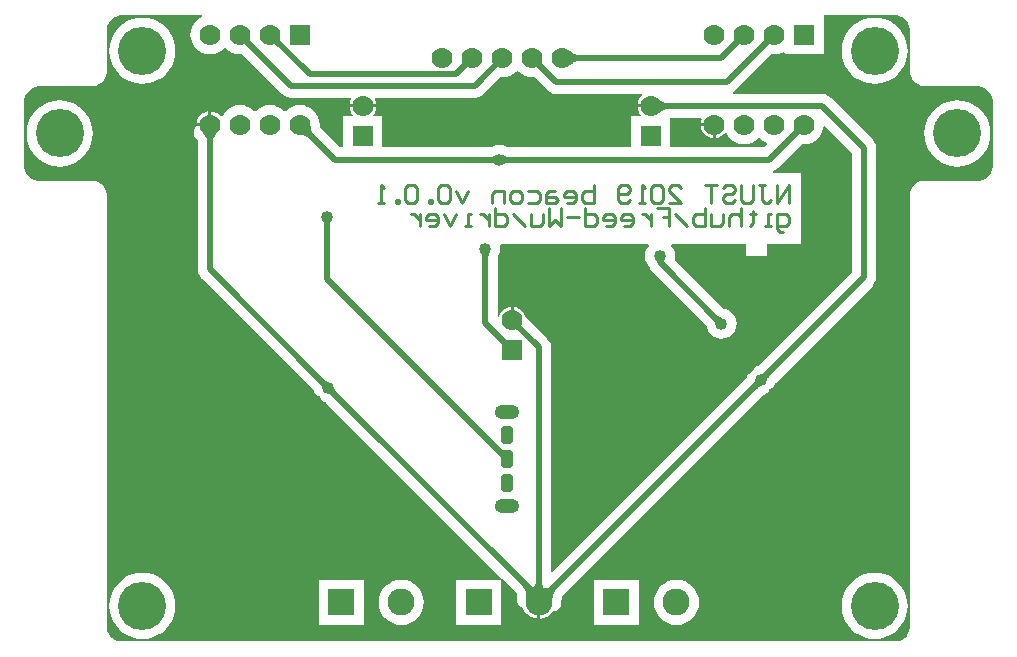
<source format=gbl>
G04*
G04 #@! TF.GenerationSoftware,Altium Limited,Altium Designer,18.1.4 (159)*
G04*
G04 Layer_Physical_Order=2*
G04 Layer_Color=16711680*
%FSLAX24Y24*%
%MOIN*%
G70*
G01*
G75*
%ADD10C,0.0100*%
%ADD47C,0.0200*%
%ADD48C,0.0700*%
%ADD49R,0.0700X0.0700*%
%ADD50C,0.0900*%
%ADD51R,0.0900X0.0900*%
G04:AMPARAMS|DCode=52|XSize=59.1mil|YSize=39.4mil|CornerRadius=9.8mil|HoleSize=0mil|Usage=FLASHONLY|Rotation=270.000|XOffset=0mil|YOffset=0mil|HoleType=Round|Shape=RoundedRectangle|*
%AMROUNDEDRECTD52*
21,1,0.0591,0.0197,0,0,270.0*
21,1,0.0394,0.0394,0,0,270.0*
1,1,0.0197,-0.0098,-0.0197*
1,1,0.0197,-0.0098,0.0197*
1,1,0.0197,0.0098,0.0197*
1,1,0.0197,0.0098,-0.0197*
%
%ADD52ROUNDEDRECTD52*%
%ADD53O,0.0827X0.0472*%
%ADD54C,0.0400*%
%ADD55C,0.1600*%
G36*
X13082Y20847D02*
X13173Y20809D01*
X13255Y20755D01*
X13324Y20685D01*
X13379Y20603D01*
X13417Y20512D01*
X13436Y20415D01*
Y20366D01*
Y19004D01*
X13438Y18955D01*
X13457Y18859D01*
X13495Y18768D01*
X13549Y18687D01*
X13619Y18617D01*
X13700Y18563D01*
X13791Y18525D01*
X13887Y18506D01*
X13936Y18504D01*
X15741D01*
X15838Y18485D01*
X15929Y18447D01*
X16010Y18392D01*
X16080Y18323D01*
X16135Y18241D01*
X16173Y18150D01*
X16192Y18053D01*
Y18004D01*
Y15854D01*
Y15805D01*
X16173Y15708D01*
X16135Y15617D01*
X16080Y15536D01*
X16010Y15466D01*
X15929Y15411D01*
X15838Y15374D01*
X15741Y15354D01*
X13890D01*
X13846Y15352D01*
X13758Y15335D01*
X13676Y15301D01*
X13602Y15251D01*
X13539Y15188D01*
X13489Y15114D01*
X13455Y15032D01*
X13438Y14945D01*
X13436Y14900D01*
Y500D01*
Y451D01*
X13417Y354D01*
X13379Y263D01*
X13324Y181D01*
X13255Y112D01*
X13173Y57D01*
X13082Y19D01*
X12985Y0D01*
X-12885D01*
X-12982Y19D01*
X-13073Y57D01*
X-13155Y112D01*
X-13224Y181D01*
X-13279Y263D01*
X-13317Y354D01*
X-13336Y451D01*
Y500D01*
Y14854D01*
X-13338Y14903D01*
X-13357Y14999D01*
X-13395Y15090D01*
X-13449Y15172D01*
X-13519Y15241D01*
X-13600Y15295D01*
X-13691Y15333D01*
X-13787Y15352D01*
X-13836Y15354D01*
X-15641D01*
X-15738Y15374D01*
X-15829Y15411D01*
X-15910Y15466D01*
X-15980Y15536D01*
X-16035Y15617D01*
X-16072Y15708D01*
X-16092Y15805D01*
Y15854D01*
Y18004D01*
Y18053D01*
X-16072Y18150D01*
X-16035Y18241D01*
X-15980Y18323D01*
X-15910Y18392D01*
X-15829Y18447D01*
X-15738Y18485D01*
X-15641Y18504D01*
X-13836D01*
X-13787Y18506D01*
X-13691Y18525D01*
X-13600Y18563D01*
X-13519Y18617D01*
X-13449Y18687D01*
X-13395Y18768D01*
X-13357Y18859D01*
X-13338Y18955D01*
X-13336Y19004D01*
Y20366D01*
Y20415D01*
X-13317Y20512D01*
X-13279Y20603D01*
X-13224Y20685D01*
X-13155Y20755D01*
X-13073Y20809D01*
X-12982Y20847D01*
X-12885Y20866D01*
X-10181D01*
X-10168Y20816D01*
X-10263Y20766D01*
X-10362Y20684D01*
X-10443Y20585D01*
X-10503Y20473D01*
X-10541Y20350D01*
X-10553Y20223D01*
X-10541Y20095D01*
X-10503Y19973D01*
X-10443Y19860D01*
X-10362Y19761D01*
X-10263Y19680D01*
X-10150Y19619D01*
X-10027Y19582D01*
X-9900Y19569D01*
X-9773Y19582D01*
X-9650Y19619D01*
X-9537Y19680D01*
X-9438Y19761D01*
X-9425Y19777D01*
X-9375D01*
X-9362Y19761D01*
X-9263Y19680D01*
X-9150Y19619D01*
X-9027Y19582D01*
X-8900Y19569D01*
X-8825Y19577D01*
X-7488Y18240D01*
X-7488Y18240D01*
X-7404Y18176D01*
X-7307Y18135D01*
X-7202Y18122D01*
X-5215D01*
X-5210Y18111D01*
X-5195Y18072D01*
X-5238Y17967D01*
X-5247Y17900D01*
X-4800D01*
X-4353D01*
X-4362Y17967D01*
X-4405Y18072D01*
X-4390Y18111D01*
X-4385Y18122D01*
X-1075D01*
X-1075Y18122D01*
X-971Y18135D01*
X-873Y18176D01*
X-790Y18240D01*
X-225Y18804D01*
X-150Y18797D01*
X-23Y18809D01*
X100Y18847D01*
X213Y18907D01*
X312Y18988D01*
X325Y19004D01*
X375D01*
X388Y18988D01*
X487Y18907D01*
X600Y18847D01*
X723Y18809D01*
X850Y18797D01*
X925Y18804D01*
X1365Y18365D01*
X1448Y18301D01*
X1546Y18260D01*
X1650Y18247D01*
X1650Y18247D01*
X4495D01*
X4512Y18197D01*
X4479Y18171D01*
X4407Y18077D01*
X4362Y17967D01*
X4353Y17900D01*
X4800D01*
Y17800D01*
X4353D01*
X4362Y17733D01*
X4407Y17623D01*
X4463Y17550D01*
X4438Y17500D01*
X4150D01*
Y16463D01*
X33D01*
X2Y16487D01*
X-119Y16537D01*
X-250Y16554D01*
X-381Y16537D01*
X-502Y16487D01*
X-533Y16463D01*
X-4150D01*
Y17500D01*
X-4438D01*
X-4463Y17550D01*
X-4407Y17623D01*
X-4362Y17733D01*
X-4353Y17800D01*
X-4800D01*
X-5247D01*
X-5238Y17733D01*
X-5193Y17623D01*
X-5137Y17550D01*
X-5162Y17500D01*
X-5450D01*
Y16463D01*
X-5570D01*
X-6232Y17125D01*
X-6233Y17127D01*
X-6235Y17132D01*
X-6238Y17138D01*
X-6241Y17147D01*
X-6243Y17159D01*
X-6245Y17175D01*
X-6247Y17194D01*
X-6247Y17218D01*
X-6247Y17223D01*
X-6259Y17350D01*
X-6297Y17473D01*
X-6357Y17586D01*
X-6438Y17684D01*
X-6537Y17766D01*
X-6650Y17826D01*
X-6773Y17863D01*
X-6900Y17876D01*
X-7027Y17863D01*
X-7150Y17826D01*
X-7263Y17766D01*
X-7362Y17684D01*
X-7375Y17668D01*
X-7425D01*
X-7438Y17684D01*
X-7537Y17766D01*
X-7650Y17826D01*
X-7773Y17863D01*
X-7900Y17876D01*
X-8027Y17863D01*
X-8150Y17826D01*
X-8263Y17766D01*
X-8362Y17684D01*
X-8375Y17668D01*
X-8425D01*
X-8438Y17684D01*
X-8537Y17766D01*
X-8650Y17826D01*
X-8773Y17863D01*
X-8900Y17876D01*
X-9027Y17863D01*
X-9150Y17826D01*
X-9263Y17766D01*
X-9362Y17684D01*
X-9443Y17586D01*
X-9486Y17505D01*
X-9546Y17500D01*
X-9579Y17544D01*
X-9673Y17616D01*
X-9783Y17661D01*
X-9850Y17670D01*
Y17223D01*
X-9900D01*
Y17173D01*
X-10370D01*
X-10381Y17157D01*
X-10404Y17129D01*
X-10405Y17126D01*
X-10407Y17124D01*
X-10421Y17090D01*
X-10436Y17056D01*
X-10436Y17053D01*
X-10437Y17051D01*
X-10442Y17014D01*
X-10448Y16978D01*
X-10447Y16975D01*
X-10448Y16973D01*
X-10443Y16936D01*
X-10439Y16900D01*
X-10438Y16897D01*
X-10437Y16894D01*
X-10423Y16860D01*
X-10410Y16826D01*
X-10408Y16824D01*
X-10407Y16821D01*
X-10385Y16792D01*
X-10363Y16763D01*
X-10341Y16740D01*
X-10329Y16726D01*
X-10319Y16713D01*
X-10313Y16703D01*
X-10308Y16695D01*
X-10305Y16688D01*
X-10304Y16684D01*
X-10303Y16682D01*
Y12395D01*
X-10303Y12395D01*
X-10290Y12291D01*
X-10249Y12193D01*
X-10185Y12110D01*
X-6446Y8370D01*
X-6444Y8365D01*
X-6442Y8356D01*
X-6429Y8329D01*
X-6417Y8301D01*
X-6412Y8294D01*
X-6408Y8285D01*
X-6388Y8262D01*
X-6369Y8238D01*
X-6362Y8233D01*
X-6356Y8226D01*
X-6331Y8209D01*
X-6306Y8190D01*
X-6298Y8186D01*
X-6290Y8181D01*
X-6262Y8171D01*
X-6242Y8163D01*
X-6234Y8143D01*
X-6224Y8115D01*
X-6218Y8107D01*
X-6215Y8099D01*
X-6196Y8074D01*
X-6179Y8049D01*
X-6172Y8043D01*
X-6167Y8036D01*
X-6143Y8017D01*
X-6120Y7997D01*
X-6111Y7993D01*
X-6104Y7988D01*
X-6076Y7976D01*
X-6049Y7963D01*
X-6040Y7961D01*
X-6035Y7959D01*
X-166Y2091D01*
X-196Y2050D01*
X-236Y2050D01*
X-1689D01*
Y550D01*
X-189D01*
Y2001D01*
X-189Y2043D01*
X-148Y2073D01*
X334Y1591D01*
X335Y1588D01*
X336Y1582D01*
X338Y1570D01*
X338Y1552D01*
X337Y1529D01*
X334Y1500D01*
X325Y1457D01*
X323Y1420D01*
X320Y1384D01*
X321Y1381D01*
X320Y1378D01*
X328Y1342D01*
X334Y1306D01*
X336Y1303D01*
X336Y1300D01*
X352Y1268D01*
X368Y1235D01*
X370Y1233D01*
X371Y1230D01*
X396Y1202D01*
X419Y1175D01*
X422Y1173D01*
X424Y1171D01*
X454Y1150D01*
X484Y1130D01*
X487Y1129D01*
X490Y1127D01*
X524Y1115D01*
X545Y1108D01*
X581Y1023D01*
X669Y908D01*
X784Y820D01*
X918Y764D01*
X1011Y752D01*
Y1300D01*
X1111D01*
Y752D01*
X1205Y764D01*
X1339Y820D01*
X1453Y908D01*
X1527Y1004D01*
X1549Y1007D01*
X1586Y1011D01*
X1588Y1012D01*
X1589Y1012D01*
X1624Y1027D01*
X1659Y1041D01*
X1661Y1042D01*
X1662Y1042D01*
X1692Y1065D01*
X1723Y1088D01*
X1724Y1089D01*
X1725Y1091D01*
X1748Y1120D01*
X1771Y1150D01*
X1772Y1152D01*
X1773Y1153D01*
X1788Y1188D01*
X1803Y1223D01*
X1803Y1225D01*
X1803Y1226D01*
X1808Y1264D01*
X1814Y1301D01*
X1814Y1352D01*
X1817Y1392D01*
X1821Y1426D01*
X1826Y1455D01*
X1831Y1478D01*
X1837Y1495D01*
X1842Y1507D01*
X1846Y1513D01*
X1846Y1515D01*
X8541Y8209D01*
X8546Y8211D01*
X8555Y8213D01*
X8582Y8226D01*
X8610Y8238D01*
X8618Y8243D01*
X8626Y8247D01*
X8649Y8267D01*
X8673Y8286D01*
X8679Y8293D01*
X8685Y8299D01*
X8703Y8324D01*
X8721Y8349D01*
X8725Y8357D01*
X8730Y8365D01*
X8740Y8393D01*
X8748Y8413D01*
X8768Y8421D01*
X8797Y8431D01*
X8804Y8436D01*
X8812Y8440D01*
X8837Y8459D01*
X8862Y8476D01*
X8868Y8483D01*
X8875Y8488D01*
X8894Y8512D01*
X8914Y8535D01*
X8918Y8544D01*
X8923Y8551D01*
X8935Y8579D01*
X8948Y8606D01*
X8950Y8615D01*
X8952Y8620D01*
X12185Y11854D01*
X12249Y11937D01*
X12290Y12034D01*
X12303Y12139D01*
X12303Y12139D01*
Y16450D01*
X12290Y16554D01*
X12249Y16652D01*
X12185Y16735D01*
X10793Y18127D01*
X10710Y18192D01*
X10612Y18232D01*
X10508Y18246D01*
X10508Y18246D01*
X7531D01*
X7521Y18296D01*
X7533Y18301D01*
X7617Y18365D01*
X8829Y19577D01*
X8904Y19569D01*
X9032Y19582D01*
X9154Y19619D01*
X9211Y19650D01*
X9254Y19624D01*
Y19573D01*
X10554D01*
Y20866D01*
X12985D01*
X13082Y20847D01*
D02*
G37*
G36*
X2129Y19667D02*
X2157Y19643D01*
X2186Y19621D01*
X2215Y19602D01*
X2245Y19586D01*
X2275Y19573D01*
X2304Y19563D01*
X2335Y19556D01*
X2365Y19551D01*
X2395Y19550D01*
Y19350D01*
X2365Y19349D01*
X2335Y19344D01*
X2304Y19337D01*
X2275Y19327D01*
X2245Y19314D01*
X2215Y19298D01*
X2186Y19279D01*
X2157Y19257D01*
X2129Y19233D01*
X2100Y19205D01*
Y19695D01*
X2129Y19667D01*
D02*
G37*
G36*
X5083Y18061D02*
X5111Y18036D01*
X5140Y18014D01*
X5168Y17995D01*
X5197Y17979D01*
X5227Y17966D01*
X5257Y17955D01*
X5287Y17948D01*
X5317Y17944D01*
X5348Y17942D01*
X5343Y17742D01*
X5313Y17741D01*
X5282Y17736D01*
X5252Y17729D01*
X5222Y17719D01*
X5192Y17706D01*
X5162Y17691D01*
X5133Y17672D01*
X5103Y17651D01*
X5074Y17627D01*
X5044Y17599D01*
X5055Y18089D01*
X5083Y18061D01*
D02*
G37*
G36*
X-6549Y17179D02*
X-6546Y17142D01*
X-6541Y17106D01*
X-6534Y17072D01*
X-6524Y17040D01*
X-6513Y17010D01*
X-6499Y16981D01*
X-6483Y16955D01*
X-6464Y16930D01*
X-6444Y16908D01*
X-6585Y16766D01*
X-6608Y16787D01*
X-6632Y16805D01*
X-6659Y16821D01*
X-6687Y16835D01*
X-6717Y16847D01*
X-6749Y16857D01*
X-6783Y16864D01*
X-6819Y16869D01*
X-6857Y16872D01*
X-6896Y16873D01*
X-6550Y17219D01*
X-6549Y17179D01*
D02*
G37*
G36*
X-9683Y16944D02*
X-9707Y16915D01*
X-9729Y16886D01*
X-9748Y16857D01*
X-9764Y16828D01*
X-9777Y16798D01*
X-9787Y16768D01*
X-9794Y16738D01*
X-9799Y16708D01*
X-9800Y16677D01*
X-10000D01*
X-10001Y16708D01*
X-10006Y16738D01*
X-10013Y16768D01*
X-10023Y16798D01*
X-10036Y16828D01*
X-10052Y16857D01*
X-10071Y16886D01*
X-10093Y16915D01*
X-10117Y16944D01*
X-10145Y16973D01*
X-9655D01*
X-9683Y16944D01*
D02*
G37*
G36*
X11497Y16283D02*
Y12306D01*
X8381Y9191D01*
X8377Y9189D01*
X8368Y9187D01*
X8340Y9174D01*
X8312Y9162D01*
X8305Y9157D01*
X8297Y9153D01*
X8273Y9133D01*
X8249Y9114D01*
X8244Y9107D01*
X8237Y9101D01*
X8220Y9076D01*
X8201Y9051D01*
X8198Y9043D01*
X8193Y9035D01*
X8183Y9007D01*
X8174Y8987D01*
X8155Y8979D01*
X8126Y8969D01*
X8118Y8964D01*
X8110Y8960D01*
X8086Y8941D01*
X8060Y8924D01*
X8054Y8917D01*
X8047Y8912D01*
X8029Y8888D01*
X8009Y8865D01*
X8005Y8856D01*
X7999Y8849D01*
X7987Y8821D01*
X7974Y8794D01*
X7972Y8785D01*
X7970Y8780D01*
X1511Y2320D01*
X1465Y2339D01*
Y9802D01*
X1451Y9906D01*
X1411Y10004D01*
X1346Y10087D01*
X1346Y10087D01*
X604Y10829D01*
X564Y10927D01*
X492Y11021D01*
X398Y11093D01*
X288Y11138D01*
X221Y11147D01*
Y10700D01*
X121D01*
Y11147D01*
X53Y11138D01*
X-56Y11093D01*
X-150Y11021D01*
X-222Y10927D01*
X-268Y10817D01*
X-316Y10826D01*
Y12805D01*
X-288Y12842D01*
X-238Y12963D01*
X-220Y13094D01*
X-234Y13194D01*
X-195Y13244D01*
X4716D01*
X4734Y13194D01*
X4663Y13102D01*
X4613Y12981D01*
X4596Y12850D01*
X4613Y12719D01*
X4663Y12598D01*
X4711Y12535D01*
X4751Y12440D01*
X4815Y12357D01*
X6656Y10516D01*
X6663Y10462D01*
X6713Y10340D01*
X6793Y10236D01*
X6898Y10155D01*
X7019Y10105D01*
X7150Y10088D01*
X7281Y10105D01*
X7402Y10155D01*
X7507Y10236D01*
X7587Y10340D01*
X7637Y10462D01*
X7654Y10592D01*
X7637Y10723D01*
X7587Y10844D01*
X7507Y10949D01*
X7402Y11029D01*
X7281Y11079D01*
X7226Y11086D01*
X5588Y12725D01*
X5604Y12850D01*
X5587Y12981D01*
X5537Y13102D01*
X5466Y13194D01*
X5484Y13244D01*
X7983D01*
Y12837D01*
X8583D01*
Y12841D01*
X8667D01*
Y13244D01*
X9799D01*
Y14227D01*
Y15627D01*
X8873D01*
X8863Y15677D01*
X8943Y15710D01*
X9027Y15775D01*
X9829Y16577D01*
X9904Y16569D01*
X10032Y16582D01*
X10154Y16619D01*
X10267Y16680D01*
X10366Y16761D01*
X10447Y16860D01*
X10508Y16973D01*
X10545Y17095D01*
X10552Y17164D01*
X10599Y17181D01*
X11497Y16283D01*
D02*
G37*
G36*
X6490Y17397D02*
X6466Y17340D01*
X6457Y17273D01*
X6904D01*
Y17223D01*
X6954D01*
Y16775D01*
X7022Y16784D01*
X7131Y16830D01*
X7225Y16902D01*
X7259Y16945D01*
X7318Y16941D01*
X7361Y16860D01*
X7442Y16761D01*
X7541Y16680D01*
X7654Y16619D01*
X7777Y16582D01*
X7904Y16569D01*
X8032Y16582D01*
X8154Y16619D01*
X8267Y16680D01*
X8366Y16761D01*
X8379Y16777D01*
X8429D01*
X8443Y16761D01*
X8541Y16680D01*
X8654Y16619D01*
X8666Y16616D01*
X8678Y16567D01*
X8574Y16463D01*
X5450D01*
Y17439D01*
X6462D01*
X6490Y17397D01*
D02*
G37*
G36*
X-105Y16190D02*
X-95Y16184D01*
X-84Y16178D01*
X-71Y16173D01*
X-56Y16169D01*
X-41Y16166D01*
X-23Y16163D01*
X16Y16160D01*
X37Y16160D01*
X49Y15960D01*
X27Y15959D01*
X-12Y15956D01*
X-29Y15953D01*
X-44Y15949D01*
X-58Y15944D01*
X-71Y15939D01*
X-82Y15933D01*
X-92Y15925D01*
X-100Y15917D01*
X-250Y16064D01*
X-114Y16197D01*
X-105Y16190D01*
D02*
G37*
G36*
X-250Y16064D02*
X-400Y15917D01*
X-408Y15925D01*
X-418Y15933D01*
X-429Y15939D01*
X-442Y15944D01*
X-456Y15949D01*
X-471Y15953D01*
X-488Y15956D01*
X-527Y15959D01*
X-549Y15960D01*
X-537Y16160D01*
X-516Y16160D01*
X-477Y16163D01*
X-459Y16166D01*
X-444Y16169D01*
X-429Y16173D01*
X-416Y16178D01*
X-405Y16184D01*
X-394Y16190D01*
X-386Y16197D01*
X-250Y16064D01*
D02*
G37*
G36*
X-5868Y13999D02*
X-5874Y13989D01*
X-5880Y13977D01*
X-5886Y13964D01*
X-5890Y13950D01*
X-5894Y13934D01*
X-5896Y13917D01*
X-5898Y13898D01*
X-5900Y13857D01*
X-6100D01*
X-6100Y13878D01*
X-6104Y13917D01*
X-6106Y13934D01*
X-6110Y13950D01*
X-6114Y13964D01*
X-6120Y13977D01*
X-6126Y13989D01*
X-6132Y13999D01*
X-6140Y14007D01*
X-5860D01*
X-5868Y13999D01*
D02*
G37*
G36*
X-588Y12946D02*
X-595Y12936D01*
X-601Y12924D01*
X-606Y12911D01*
X-610Y12897D01*
X-613Y12881D01*
X-616Y12864D01*
X-618Y12845D01*
X-620Y12804D01*
X-820Y12798D01*
X-820Y12819D01*
X-823Y12858D01*
X-826Y12875D01*
X-830Y12891D01*
X-835Y12905D01*
X-840Y12918D01*
X-846Y12929D01*
X-853Y12939D01*
X-861Y12948D01*
X-581Y12955D01*
X-588Y12946D01*
D02*
G37*
G36*
X7029Y10855D02*
X7059Y10830D01*
X7073Y10820D01*
X7086Y10811D01*
X7100Y10804D01*
X7112Y10799D01*
X7125Y10795D01*
X7137Y10793D01*
X7148Y10792D01*
X6950Y10594D01*
X6949Y10606D01*
X6947Y10617D01*
X6943Y10630D01*
X6938Y10643D01*
X6931Y10656D01*
X6922Y10669D01*
X6912Y10684D01*
X6900Y10698D01*
X6872Y10729D01*
X7013Y10870D01*
X7029Y10855D01*
D02*
G37*
G36*
X8739Y8837D02*
X8724Y8821D01*
X8699Y8791D01*
X8689Y8777D01*
X8680Y8764D01*
X8673Y8750D01*
X8668Y8738D01*
X8664Y8725D01*
X8662Y8713D01*
X8661Y8702D01*
X8463Y8900D01*
X8475Y8901D01*
X8486Y8903D01*
X8499Y8907D01*
X8512Y8912D01*
X8525Y8919D01*
X8539Y8928D01*
X8553Y8938D01*
X8567Y8950D01*
X8598Y8978D01*
X8739Y8837D01*
D02*
G37*
G36*
X-6076Y8713D02*
X-6046Y8688D01*
X-6032Y8678D01*
X-6019Y8669D01*
X-6005Y8662D01*
X-5993Y8657D01*
X-5980Y8653D01*
X-5968Y8651D01*
X-5957Y8650D01*
X-6155Y8452D01*
X-6156Y8463D01*
X-6158Y8475D01*
X-6162Y8488D01*
X-6167Y8500D01*
X-6174Y8514D01*
X-6183Y8527D01*
X-6193Y8541D01*
X-6205Y8556D01*
X-6233Y8587D01*
X-6092Y8728D01*
X-6076Y8713D01*
D02*
G37*
G36*
X8459Y8500D02*
X8448Y8499D01*
X8436Y8497D01*
X8424Y8493D01*
X8411Y8488D01*
X8398Y8481D01*
X8384Y8472D01*
X8370Y8462D01*
X8355Y8450D01*
X8325Y8422D01*
X8183Y8563D01*
X8198Y8579D01*
X8223Y8608D01*
X8233Y8623D01*
X8242Y8636D01*
X8249Y8650D01*
X8254Y8662D01*
X8258Y8675D01*
X8261Y8687D01*
X8261Y8698D01*
X8459Y8500D01*
D02*
G37*
G36*
X-5754Y8437D02*
X-5752Y8425D01*
X-5748Y8412D01*
X-5743Y8400D01*
X-5736Y8386D01*
X-5727Y8373D01*
X-5717Y8359D01*
X-5705Y8344D01*
X-5677Y8313D01*
X-5818Y8172D01*
X-5834Y8187D01*
X-5864Y8212D01*
X-5878Y8222D01*
X-5891Y8231D01*
X-5905Y8238D01*
X-5917Y8243D01*
X-5930Y8247D01*
X-5942Y8249D01*
X-5953Y8250D01*
X-5755Y8448D01*
X-5754Y8437D01*
D02*
G37*
G36*
X1163Y1973D02*
X1170Y1937D01*
X1181Y1900D01*
X1196Y1862D01*
X1215Y1824D01*
X1239Y1784D01*
X1253Y1764D01*
X1278Y1768D01*
X1323Y1779D01*
X1364Y1792D01*
X1401Y1808D01*
X1435Y1827D01*
X1465Y1848D01*
X1492Y1872D01*
X1633Y1730D01*
X1609Y1704D01*
X1588Y1673D01*
X1570Y1640D01*
X1554Y1602D01*
X1540Y1561D01*
X1529Y1517D01*
X1521Y1469D01*
X1515Y1418D01*
X1512Y1363D01*
X1511Y1304D01*
X1194Y1621D01*
X966D01*
X622Y1399D01*
X632Y1452D01*
X639Y1502D01*
X641Y1549D01*
X640Y1594D01*
X634Y1636D01*
X625Y1675D01*
X612Y1712D01*
X594Y1746D01*
X573Y1777D01*
X548Y1805D01*
X721Y1915D01*
X745Y1894D01*
X773Y1874D01*
X805Y1854D01*
X842Y1835D01*
X883Y1817D01*
X900Y1811D01*
X907Y1824D01*
X927Y1862D01*
X942Y1900D01*
X953Y1937D01*
X959Y1973D01*
X961Y2009D01*
X1161D01*
X1163Y1973D01*
D02*
G37*
%LPC*%
G36*
X12255Y20788D02*
X12082Y20775D01*
X11914Y20734D01*
X11754Y20668D01*
X11606Y20578D01*
X11475Y20465D01*
X11362Y20334D01*
X11272Y20186D01*
X11205Y20026D01*
X11165Y19858D01*
X11151Y19685D01*
X11165Y19512D01*
X11205Y19344D01*
X11272Y19184D01*
X11362Y19036D01*
X11475Y18905D01*
X11606Y18792D01*
X11754Y18702D01*
X11914Y18636D01*
X12082Y18595D01*
X12255Y18582D01*
X12427Y18595D01*
X12596Y18636D01*
X12756Y18702D01*
X12903Y18792D01*
X13035Y18905D01*
X13147Y19036D01*
X13238Y19184D01*
X13304Y19344D01*
X13345Y19512D01*
X13358Y19685D01*
X13345Y19858D01*
X13304Y20026D01*
X13238Y20186D01*
X13147Y20334D01*
X13035Y20465D01*
X12903Y20578D01*
X12756Y20668D01*
X12596Y20734D01*
X12427Y20775D01*
X12255Y20788D01*
D02*
G37*
G36*
X-12155D02*
X-12327Y20775D01*
X-12496Y20734D01*
X-12656Y20668D01*
X-12803Y20578D01*
X-12935Y20465D01*
X-13047Y20334D01*
X-13138Y20186D01*
X-13204Y20026D01*
X-13245Y19858D01*
X-13258Y19685D01*
X-13245Y19512D01*
X-13204Y19344D01*
X-13138Y19184D01*
X-13047Y19036D01*
X-12935Y18905D01*
X-12803Y18792D01*
X-12656Y18702D01*
X-12496Y18636D01*
X-12327Y18595D01*
X-12155Y18582D01*
X-11982Y18595D01*
X-11814Y18636D01*
X-11654Y18702D01*
X-11506Y18792D01*
X-11374Y18905D01*
X-11262Y19036D01*
X-11172Y19184D01*
X-11105Y19344D01*
X-11065Y19512D01*
X-11051Y19685D01*
X-11065Y19858D01*
X-11105Y20026D01*
X-11172Y20186D01*
X-11262Y20334D01*
X-11374Y20465D01*
X-11506Y20578D01*
X-11654Y20668D01*
X-11814Y20734D01*
X-11982Y20775D01*
X-12155Y20788D01*
D02*
G37*
G36*
X-9950Y17670D02*
X-10017Y17661D01*
X-10127Y17616D01*
X-10221Y17544D01*
X-10293Y17450D01*
X-10338Y17340D01*
X-10347Y17273D01*
X-9950D01*
Y17670D01*
D02*
G37*
G36*
X15011Y18033D02*
X14838Y18019D01*
X14670Y17979D01*
X14510Y17912D01*
X14362Y17822D01*
X14230Y17709D01*
X14118Y17578D01*
X14028Y17430D01*
X13961Y17270D01*
X13921Y17102D01*
X13907Y16929D01*
X13921Y16757D01*
X13961Y16588D01*
X14028Y16428D01*
X14118Y16281D01*
X14230Y16149D01*
X14362Y16036D01*
X14510Y15946D01*
X14670Y15880D01*
X14838Y15839D01*
X15011Y15826D01*
X15183Y15839D01*
X15352Y15880D01*
X15512Y15946D01*
X15659Y16036D01*
X15791Y16149D01*
X15903Y16281D01*
X15994Y16428D01*
X16060Y16588D01*
X16100Y16757D01*
X16114Y16929D01*
X16100Y17102D01*
X16060Y17270D01*
X15994Y17430D01*
X15903Y17578D01*
X15791Y17709D01*
X15659Y17822D01*
X15512Y17912D01*
X15352Y17979D01*
X15183Y18019D01*
X15011Y18033D01*
D02*
G37*
G36*
X-14911D02*
X-15083Y18019D01*
X-15252Y17979D01*
X-15412Y17912D01*
X-15559Y17822D01*
X-15691Y17709D01*
X-15803Y17578D01*
X-15894Y17430D01*
X-15960Y17270D01*
X-16000Y17102D01*
X-16014Y16929D01*
X-16000Y16757D01*
X-15960Y16588D01*
X-15894Y16428D01*
X-15803Y16281D01*
X-15691Y16149D01*
X-15559Y16036D01*
X-15412Y15946D01*
X-15252Y15880D01*
X-15083Y15839D01*
X-14911Y15826D01*
X-14738Y15839D01*
X-14570Y15880D01*
X-14410Y15946D01*
X-14262Y16036D01*
X-14130Y16149D01*
X-14018Y16281D01*
X-13927Y16428D01*
X-13861Y16588D01*
X-13821Y16757D01*
X-13807Y16929D01*
X-13821Y17102D01*
X-13861Y17270D01*
X-13927Y17430D01*
X-14018Y17578D01*
X-14130Y17709D01*
X-14262Y17822D01*
X-14410Y17912D01*
X-14570Y17979D01*
X-14738Y18019D01*
X-14911Y18033D01*
D02*
G37*
G36*
X4400Y2050D02*
X2900D01*
Y550D01*
X4400D01*
Y2050D01*
D02*
G37*
G36*
X-4778D02*
X-6278D01*
Y550D01*
X-4778D01*
Y2050D01*
D02*
G37*
G36*
X5650Y2054D02*
X5503Y2039D01*
X5362Y1996D01*
X5231Y1927D01*
X5117Y1833D01*
X5023Y1719D01*
X4954Y1588D01*
X4911Y1447D01*
X4896Y1300D01*
X4911Y1153D01*
X4954Y1012D01*
X5023Y881D01*
X5117Y767D01*
X5231Y673D01*
X5362Y604D01*
X5503Y561D01*
X5650Y546D01*
X5797Y561D01*
X5938Y604D01*
X6069Y673D01*
X6183Y767D01*
X6277Y881D01*
X6346Y1012D01*
X6389Y1153D01*
X6404Y1300D01*
X6389Y1447D01*
X6346Y1588D01*
X6277Y1719D01*
X6183Y1833D01*
X6069Y1927D01*
X5938Y1996D01*
X5797Y2039D01*
X5650Y2054D01*
D02*
G37*
G36*
X-3528D02*
X-3675Y2039D01*
X-3816Y1996D01*
X-3946Y1927D01*
X-4061Y1833D01*
X-4154Y1719D01*
X-4224Y1588D01*
X-4267Y1447D01*
X-4281Y1300D01*
X-4267Y1153D01*
X-4224Y1012D01*
X-4154Y881D01*
X-4061Y767D01*
X-3946Y673D01*
X-3816Y604D01*
X-3675Y561D01*
X-3528Y546D01*
X-3381Y561D01*
X-3239Y604D01*
X-3109Y673D01*
X-2995Y767D01*
X-2901Y881D01*
X-2831Y1012D01*
X-2788Y1153D01*
X-2774Y1300D01*
X-2788Y1447D01*
X-2831Y1588D01*
X-2901Y1719D01*
X-2995Y1833D01*
X-3109Y1927D01*
X-3239Y1996D01*
X-3381Y2039D01*
X-3528Y2054D01*
D02*
G37*
G36*
X12255Y2285D02*
X12082Y2271D01*
X11914Y2230D01*
X11754Y2164D01*
X11606Y2074D01*
X11475Y1961D01*
X11362Y1830D01*
X11272Y1682D01*
X11205Y1522D01*
X11165Y1354D01*
X11151Y1181D01*
X11165Y1008D01*
X11205Y840D01*
X11272Y680D01*
X11362Y533D01*
X11475Y401D01*
X11606Y288D01*
X11754Y198D01*
X11914Y132D01*
X12082Y91D01*
X12255Y78D01*
X12427Y91D01*
X12596Y132D01*
X12756Y198D01*
X12903Y288D01*
X13035Y401D01*
X13147Y533D01*
X13238Y680D01*
X13304Y840D01*
X13345Y1008D01*
X13358Y1181D01*
X13345Y1354D01*
X13304Y1522D01*
X13238Y1682D01*
X13147Y1830D01*
X13035Y1961D01*
X12903Y2074D01*
X12756Y2164D01*
X12596Y2230D01*
X12427Y2271D01*
X12255Y2285D01*
D02*
G37*
G36*
X-12155D02*
X-12327Y2271D01*
X-12496Y2230D01*
X-12656Y2164D01*
X-12803Y2074D01*
X-12935Y1961D01*
X-13047Y1830D01*
X-13138Y1682D01*
X-13204Y1522D01*
X-13245Y1354D01*
X-13258Y1181D01*
X-13245Y1008D01*
X-13204Y840D01*
X-13138Y680D01*
X-13047Y533D01*
X-12935Y401D01*
X-12803Y288D01*
X-12656Y198D01*
X-12496Y132D01*
X-12327Y91D01*
X-12155Y78D01*
X-11982Y91D01*
X-11814Y132D01*
X-11654Y198D01*
X-11506Y288D01*
X-11374Y401D01*
X-11262Y533D01*
X-11172Y680D01*
X-11105Y840D01*
X-11065Y1008D01*
X-11051Y1181D01*
X-11065Y1354D01*
X-11105Y1522D01*
X-11172Y1682D01*
X-11262Y1830D01*
X-11374Y1961D01*
X-11506Y2074D01*
X-11654Y2164D01*
X-11814Y2230D01*
X-11982Y2271D01*
X-12155Y2285D01*
D02*
G37*
G36*
X6854Y17173D02*
X6457D01*
X6466Y17105D01*
X6511Y16996D01*
X6583Y16902D01*
X6677Y16830D01*
X6787Y16784D01*
X6854Y16775D01*
Y17173D01*
D02*
G37*
%LPD*%
D10*
X9199Y13644D02*
X9099D01*
X8999Y13744D01*
Y14244D01*
X9299D01*
X9399Y14144D01*
Y13944D01*
X9299Y13844D01*
X8999D01*
X8799D02*
X8599D01*
X8699D01*
Y14244D01*
X8799D01*
X8199Y14344D02*
Y14244D01*
X8299D01*
X8099D01*
X8199D01*
Y13944D01*
X8099Y13844D01*
X7799Y14444D02*
Y13844D01*
Y14144D01*
X7699Y14244D01*
X7500D01*
X7400Y14144D01*
Y13844D01*
X7200Y14244D02*
Y13944D01*
X7100Y13844D01*
X6800D01*
Y14244D01*
X6600Y14444D02*
Y13844D01*
X6300D01*
X6200Y13944D01*
Y14044D01*
Y14144D01*
X6300Y14244D01*
X6600D01*
X6000Y13844D02*
X5600Y14244D01*
X5000Y14444D02*
X5400D01*
Y14144D01*
X5200D01*
X5400D01*
Y13844D01*
X4800Y14244D02*
Y13844D01*
Y14044D01*
X4700Y14144D01*
X4600Y14244D01*
X4501D01*
X3901Y13844D02*
X4101D01*
X4201Y13944D01*
Y14144D01*
X4101Y14244D01*
X3901D01*
X3801Y14144D01*
Y14044D01*
X4201D01*
X3301Y13844D02*
X3501D01*
X3601Y13944D01*
Y14144D01*
X3501Y14244D01*
X3301D01*
X3201Y14144D01*
Y14044D01*
X3601D01*
X2601Y14444D02*
Y13844D01*
X2901D01*
X3001Y13944D01*
Y14144D01*
X2901Y14244D01*
X2601D01*
X2401Y14144D02*
X2001D01*
X1801Y14444D02*
Y13844D01*
X1601Y14044D01*
X1402Y13844D01*
Y14444D01*
X1202Y14244D02*
Y13944D01*
X1102Y13844D01*
X802D01*
Y14244D01*
X602Y13844D02*
X202Y14244D01*
X-398Y14444D02*
Y13844D01*
X-98D01*
X2Y13944D01*
Y14144D01*
X-98Y14244D01*
X-398D01*
X-598D02*
Y13844D01*
Y14044D01*
X-698Y14144D01*
X-798Y14244D01*
X-898D01*
X-1198Y13844D02*
X-1398D01*
X-1298D01*
Y14244D01*
X-1198D01*
X-1697D02*
X-1897Y13844D01*
X-2097Y14244D01*
X-2597Y13844D02*
X-2397D01*
X-2297Y13944D01*
Y14144D01*
X-2397Y14244D01*
X-2597D01*
X-2697Y14144D01*
Y14044D01*
X-2297D01*
X-2897Y14244D02*
Y13844D01*
Y14044D01*
X-2997Y14144D01*
X-3097Y14244D01*
X-3197D01*
X9399Y14627D02*
Y15227D01*
X8999Y14627D01*
Y15227D01*
X8399D02*
X8599D01*
X8499D01*
Y14727D01*
X8599Y14627D01*
X8699D01*
X8799Y14727D01*
X8199Y15227D02*
Y14727D01*
X8099Y14627D01*
X7899D01*
X7799Y14727D01*
Y15227D01*
X7200Y15127D02*
X7300Y15227D01*
X7500D01*
X7600Y15127D01*
Y15027D01*
X7500Y14927D01*
X7300D01*
X7200Y14827D01*
Y14727D01*
X7300Y14627D01*
X7500D01*
X7600Y14727D01*
X7000Y15227D02*
X6600D01*
X6800D01*
Y14627D01*
X5400D02*
X5800D01*
X5400Y15027D01*
Y15127D01*
X5500Y15227D01*
X5700D01*
X5800Y15127D01*
X5200D02*
X5100Y15227D01*
X4900D01*
X4800Y15127D01*
Y14727D01*
X4900Y14627D01*
X5100D01*
X5200Y14727D01*
Y15127D01*
X4600Y14627D02*
X4401D01*
X4501D01*
Y15227D01*
X4600Y15127D01*
X4101Y14727D02*
X4001Y14627D01*
X3801D01*
X3701Y14727D01*
Y15127D01*
X3801Y15227D01*
X4001D01*
X4101Y15127D01*
Y15027D01*
X4001Y14927D01*
X3701D01*
X2901Y15227D02*
Y14627D01*
X2601D01*
X2501Y14727D01*
Y14827D01*
Y14927D01*
X2601Y15027D01*
X2901D01*
X2001Y14627D02*
X2201D01*
X2301Y14727D01*
Y14927D01*
X2201Y15027D01*
X2001D01*
X1901Y14927D01*
Y14827D01*
X2301D01*
X1601Y15027D02*
X1402D01*
X1302Y14927D01*
Y14627D01*
X1601D01*
X1701Y14727D01*
X1601Y14827D01*
X1302D01*
X702Y15027D02*
X1002D01*
X1102Y14927D01*
Y14727D01*
X1002Y14627D01*
X702D01*
X402D02*
X202D01*
X102Y14727D01*
Y14927D01*
X202Y15027D01*
X402D01*
X502Y14927D01*
Y14727D01*
X402Y14627D01*
X-98D02*
Y15027D01*
X-398D01*
X-498Y14927D01*
Y14627D01*
X-1298Y15027D02*
X-1498Y14627D01*
X-1697Y15027D01*
X-1897Y15127D02*
X-1997Y15227D01*
X-2197D01*
X-2297Y15127D01*
Y14727D01*
X-2197Y14627D01*
X-1997D01*
X-1897Y14727D01*
Y15127D01*
X-2497Y14627D02*
Y14727D01*
X-2597D01*
Y14627D01*
X-2497D01*
X-2997Y15127D02*
X-3097Y15227D01*
X-3297D01*
X-3397Y15127D01*
Y14727D01*
X-3297Y14627D01*
X-3097D01*
X-2997Y14727D01*
Y15127D01*
X-3597Y14627D02*
Y14727D01*
X-3697D01*
Y14627D01*
X-3597D01*
X-4097D02*
X-4297D01*
X-4197D01*
Y15227D01*
X-4097Y15127D01*
D47*
X-8900Y20223D02*
X-7202Y18525D01*
X-1075D01*
X-150Y19450D01*
X-1700Y18900D02*
X-1150Y19450D01*
X-7900Y20223D02*
X-6577Y18900D01*
X-1700D01*
X7332Y18650D02*
X8904Y20223D01*
X1650Y18650D02*
X7332D01*
X850Y19450D02*
X1650Y18650D01*
X7132Y19450D02*
X7904Y20223D01*
X1850Y19450D02*
X7132D01*
X-5737Y16060D02*
X8742D01*
X-720Y10598D02*
Y13089D01*
X-725Y13094D02*
X-720Y13089D01*
X11900Y12139D02*
Y16450D01*
X10508Y17842D02*
X11900Y16450D01*
X4800Y17842D02*
X10508D01*
X8461Y8700D02*
X11900Y12139D01*
X5100Y12642D02*
X7150Y10592D01*
X5100Y12642D02*
Y12850D01*
X-6000Y12075D02*
Y14150D01*
Y12075D02*
X0Y6075D01*
X-720Y10598D02*
X171Y9708D01*
Y10692D02*
X1061Y9802D01*
Y1434D02*
Y9802D01*
X-6900Y17223D02*
X-5737Y16060D01*
X-9900Y12395D02*
Y17223D01*
Y12395D02*
X-5955Y8450D01*
X1061Y1300D02*
X8461Y8700D01*
X1061Y1300D02*
Y1434D01*
X-5955Y8450D02*
X1061Y1434D01*
X8742Y16060D02*
X9904Y17223D01*
D48*
X171Y10700D02*
D03*
X1850Y19450D02*
D03*
X850D02*
D03*
X-2150D02*
D03*
X-1150D02*
D03*
X-150D02*
D03*
X6904Y17223D02*
D03*
X7904D02*
D03*
X8904D02*
D03*
X9904D02*
D03*
X6904Y20223D02*
D03*
X7904D02*
D03*
X8904D02*
D03*
X-4800Y17850D02*
D03*
X4800D02*
D03*
X-9900Y17223D02*
D03*
X-8900D02*
D03*
X-7900D02*
D03*
X-6900D02*
D03*
X-9900Y20223D02*
D03*
X-8900D02*
D03*
X-7900D02*
D03*
D49*
X171Y9700D02*
D03*
X9904Y20223D02*
D03*
X-4800Y16850D02*
D03*
X4800D02*
D03*
X-6900Y20223D02*
D03*
D50*
X5650Y1300D02*
D03*
X1061D02*
D03*
X-3528D02*
D03*
D51*
X3650D02*
D03*
X-939D02*
D03*
X-5528D02*
D03*
D52*
X0Y6863D02*
D03*
Y6075D02*
D03*
Y5288D02*
D03*
D53*
Y7650D02*
D03*
Y4500D02*
D03*
D54*
X-725Y13094D02*
D03*
X7150Y10592D02*
D03*
X5100Y12850D02*
D03*
X-6000Y14150D02*
D03*
X-250Y16050D02*
D03*
X8461Y8700D02*
D03*
X-5955Y8450D02*
D03*
D55*
X12255Y1181D02*
D03*
X-12155D02*
D03*
X-14911Y16929D02*
D03*
X-12155Y19685D02*
D03*
X12255D02*
D03*
X15011Y16929D02*
D03*
M02*

</source>
